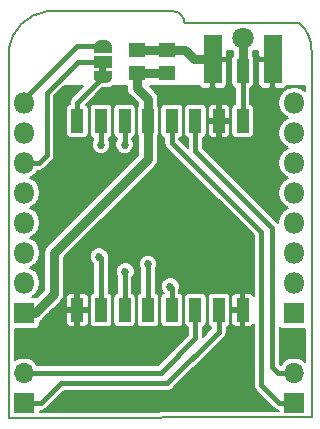
<source format=gbr>
%TF.GenerationSoftware,KiCad,Pcbnew,(5.0.0-3-g5ebb6b6)*%
%TF.CreationDate,2018-10-14T10:55:46+02:00*%
%TF.ProjectId,BricoLabs_ESP8266_LoRa_shield,427269636F4C6162735F455350383236,rev?*%
%TF.SameCoordinates,Original*%
%TF.FileFunction,Copper,L1,Top,Signal*%
%TF.FilePolarity,Positive*%
%FSLAX46Y46*%
G04 Gerber Fmt 4.6, Leading zero omitted, Abs format (unit mm)*
G04 Created by KiCad (PCBNEW (5.0.0-3-g5ebb6b6)) date Sunday, 14 de October de 2018, 10:55:46*
%MOMM*%
%LPD*%
G01*
G04 APERTURE LIST*
%ADD10C,0.150000*%
%ADD11R,1.016000X2.032000*%
%ADD12R,1.524000X4.064000*%
%ADD13R,1.000000X2.000000*%
%ADD14C,1.800000*%
%ADD15O,1.700000X1.700000*%
%ADD16R,1.700000X1.700000*%
%ADD17R,1.800000X1.800000*%
%ADD18O,1.800000X1.800000*%
%ADD19R,1.400000X1.295000*%
%ADD20C,0.500000*%
%ADD21C,0.100000*%
%ADD22R,1.500000X1.000000*%
%ADD23C,0.685800*%
%ADD24C,0.800000*%
%ADD25C,0.400000*%
%ADD26C,0.254000*%
%ADD27C,0.200000*%
G04 APERTURE END LIST*
D10*
X140878600Y-80062000D02*
G75*
G02X141878600Y-81062000I0J-1000000D01*
G01*
X151620379Y-81068606D02*
G75*
G02X152628600Y-83312000I-1991779J-2243394D01*
G01*
X140878600Y-80062000D02*
X130225800Y-80060800D01*
X152628600Y-114452400D02*
X152628600Y-83312000D01*
X126976364Y-83308794D02*
G75*
G02X130225800Y-80060800I3779835J-532077D01*
G01*
X151628600Y-81062000D02*
X141878600Y-81062000D01*
X127027671Y-114490707D02*
X126974600Y-83312000D01*
X127027671Y-114490707D02*
X152628600Y-114452400D01*
D11*
X146797671Y-85148707D03*
D12*
X144257671Y-84132707D03*
X149337671Y-84132707D03*
D13*
X132797671Y-105350707D03*
X134797671Y-105350707D03*
X136797671Y-105350707D03*
X138797671Y-105350707D03*
X140797671Y-105350707D03*
X142797671Y-105350707D03*
X144797671Y-105350707D03*
X146797671Y-105350707D03*
X146797671Y-89350707D03*
X144797671Y-89350707D03*
X142797671Y-89350707D03*
X140797671Y-89350707D03*
X138797671Y-89350707D03*
X136797671Y-89350707D03*
X134797671Y-89350707D03*
X132797671Y-89350707D03*
D14*
X146797671Y-82350707D03*
D15*
X128297671Y-110680707D03*
D16*
X128297671Y-113220707D03*
X151157671Y-113220707D03*
D15*
X151157671Y-110680707D03*
D17*
X151157671Y-105600707D03*
D18*
X151157671Y-103060707D03*
X151157671Y-100520707D03*
X151157671Y-97980707D03*
X151157671Y-95440707D03*
X151157671Y-92900707D03*
X151157671Y-90360707D03*
X151157671Y-87820707D03*
D17*
X128297671Y-105600707D03*
D18*
X128297671Y-103060707D03*
X128297671Y-100520707D03*
X128297671Y-97980707D03*
X128297671Y-95440707D03*
X128297671Y-92900707D03*
X128297671Y-90360707D03*
X128297671Y-87820707D03*
D19*
X137822671Y-83345707D03*
X137822671Y-85280707D03*
X140362671Y-85280707D03*
X140362671Y-83345707D03*
D20*
X134965171Y-85628207D03*
D21*
G36*
X134665171Y-85078207D02*
X134665171Y-84728207D01*
X135265171Y-84728207D01*
X135265171Y-85078207D01*
X135715171Y-85078207D01*
X135715171Y-85628207D01*
X135714569Y-85628207D01*
X135714569Y-85652741D01*
X135709759Y-85701572D01*
X135700187Y-85749697D01*
X135685943Y-85796652D01*
X135667166Y-85841985D01*
X135644035Y-85885258D01*
X135616775Y-85926057D01*
X135585647Y-85963986D01*
X135550950Y-85998683D01*
X135513021Y-86029811D01*
X135472222Y-86057071D01*
X135428949Y-86080202D01*
X135383616Y-86098979D01*
X135336661Y-86113223D01*
X135288536Y-86122795D01*
X135239705Y-86127605D01*
X135215171Y-86127605D01*
X135215171Y-86128207D01*
X134715171Y-86128207D01*
X134715171Y-86127605D01*
X134690637Y-86127605D01*
X134641806Y-86122795D01*
X134593681Y-86113223D01*
X134546726Y-86098979D01*
X134501393Y-86080202D01*
X134458120Y-86057071D01*
X134417321Y-86029811D01*
X134379392Y-85998683D01*
X134344695Y-85963986D01*
X134313567Y-85926057D01*
X134286307Y-85885258D01*
X134263176Y-85841985D01*
X134244399Y-85796652D01*
X134230155Y-85749697D01*
X134220583Y-85701572D01*
X134215773Y-85652741D01*
X134215773Y-85628207D01*
X134215171Y-85628207D01*
X134215171Y-85078207D01*
X134665171Y-85078207D01*
X134665171Y-85078207D01*
G37*
D20*
X134965171Y-83028207D03*
D21*
G36*
X134215773Y-83028207D02*
X134215773Y-83003673D01*
X134220583Y-82954842D01*
X134230155Y-82906717D01*
X134244399Y-82859762D01*
X134263176Y-82814429D01*
X134286307Y-82771156D01*
X134313567Y-82730357D01*
X134344695Y-82692428D01*
X134379392Y-82657731D01*
X134417321Y-82626603D01*
X134458120Y-82599343D01*
X134501393Y-82576212D01*
X134546726Y-82557435D01*
X134593681Y-82543191D01*
X134641806Y-82533619D01*
X134690637Y-82528809D01*
X134715171Y-82528809D01*
X134715171Y-82528207D01*
X135215171Y-82528207D01*
X135215171Y-82528809D01*
X135239705Y-82528809D01*
X135288536Y-82533619D01*
X135336661Y-82543191D01*
X135383616Y-82557435D01*
X135428949Y-82576212D01*
X135472222Y-82599343D01*
X135513021Y-82626603D01*
X135550950Y-82657731D01*
X135585647Y-82692428D01*
X135616775Y-82730357D01*
X135644035Y-82771156D01*
X135667166Y-82814429D01*
X135685943Y-82859762D01*
X135700187Y-82906717D01*
X135709759Y-82954842D01*
X135714569Y-83003673D01*
X135714569Y-83028207D01*
X135715171Y-83028207D01*
X135715171Y-83578207D01*
X134215171Y-83578207D01*
X134215171Y-83028207D01*
X134215773Y-83028207D01*
X134215773Y-83028207D01*
G37*
D22*
X134965171Y-84328207D03*
D23*
X133060171Y-94140707D03*
X143797671Y-87350707D03*
X148797671Y-87350707D03*
X146797671Y-92850707D03*
X140257671Y-92940707D03*
X139047671Y-98850707D03*
X145797671Y-102850707D03*
X131547671Y-91350707D03*
X128297671Y-107505707D03*
X140797671Y-107600707D03*
X148297671Y-113350707D03*
X131297671Y-113350707D03*
X140797671Y-113350707D03*
X143797671Y-96350707D03*
X148797671Y-88350707D03*
X148797671Y-89350707D03*
X148797671Y-90350707D03*
X148797671Y-91350707D03*
X147797671Y-91350707D03*
X146797671Y-91350707D03*
X145797671Y-91350707D03*
X144797671Y-91350707D03*
X145797671Y-87350707D03*
X147797671Y-87350707D03*
X129567671Y-101790707D03*
X129567671Y-99250707D03*
X129567671Y-96710707D03*
X147030171Y-99250707D03*
X151157671Y-107505707D03*
X135797671Y-87350707D03*
X143797671Y-91350707D03*
X134797671Y-91350697D03*
X136797671Y-91350707D03*
X140680171Y-103378207D03*
X136870171Y-102108207D03*
X134647671Y-100838207D03*
X138775171Y-101473207D03*
D24*
X137822671Y-83345707D02*
X140362671Y-83345707D01*
X140362671Y-83345707D02*
X141920171Y-83345707D01*
X142695671Y-84132707D02*
X144257671Y-84132707D01*
X141920171Y-83357207D02*
X142695671Y-84132707D01*
X141920171Y-83345707D02*
X141920171Y-83357207D01*
D25*
X134797671Y-89350707D02*
X134797671Y-91350697D01*
X136797671Y-89350707D02*
X136797671Y-91350707D01*
D24*
X137822671Y-85280707D02*
X140362671Y-85280707D01*
X138797671Y-89850707D02*
X138775171Y-89873207D01*
X138797671Y-89350707D02*
X138797671Y-89850707D01*
X128297671Y-105600707D02*
X129250171Y-105600707D01*
X129250171Y-105600707D02*
X130837671Y-104013207D01*
X130837671Y-104013207D02*
X130837671Y-100520707D01*
X138797671Y-92560707D02*
X138797671Y-91018207D01*
X130837671Y-100520707D02*
X138797671Y-92560707D01*
X138797671Y-91018207D02*
X138797671Y-89350707D01*
X138797671Y-87495707D02*
X137822671Y-86520707D01*
X137822671Y-86520707D02*
X137822671Y-85280707D01*
X138797671Y-89350707D02*
X138797671Y-87495707D01*
D25*
X140797671Y-103495707D02*
X140797671Y-105350707D01*
X140680171Y-103378207D02*
X140797671Y-103495707D01*
X136797671Y-102180707D02*
X136797671Y-105350707D01*
X136870171Y-102108207D02*
X136797671Y-102180707D01*
X134797671Y-100988207D02*
X134797671Y-105350707D01*
X134647671Y-100838207D02*
X134797671Y-100988207D01*
X138775171Y-101473207D02*
X138775171Y-105328207D01*
X138775171Y-105328207D02*
X138797671Y-105350707D01*
X132820171Y-84328207D02*
X134323103Y-84328207D01*
X130202671Y-86945707D02*
X132820171Y-84328207D01*
X130202671Y-92265707D02*
X130202671Y-86945707D01*
X129567671Y-92900707D02*
X130202671Y-92265707D01*
X128297671Y-92900707D02*
X129567671Y-92900707D01*
X128297671Y-87820707D02*
X128297671Y-87503207D01*
X132772671Y-83028207D02*
X134965171Y-83028207D01*
X128297671Y-87503207D02*
X132772671Y-83028207D01*
X146797671Y-89350707D02*
X146797671Y-85148707D01*
D24*
X146797671Y-85148707D02*
X146797671Y-82350707D01*
D25*
X142797671Y-107765707D02*
X142797671Y-105350707D01*
X139882671Y-110680707D02*
X142797671Y-107765707D01*
X128297671Y-110680707D02*
X139882671Y-110680707D01*
D26*
X142797671Y-89350707D02*
X142797671Y-89850707D01*
D25*
X149297671Y-98390707D02*
X142797671Y-91890707D01*
X149297671Y-110180707D02*
X149297671Y-98390707D01*
X149797671Y-110680707D02*
X149297671Y-110180707D01*
X142797671Y-91890707D02*
X142797671Y-89350707D01*
X151157671Y-110680707D02*
X149797671Y-110680707D01*
D26*
X140797671Y-89350707D02*
X140797671Y-89850707D01*
D25*
X149907671Y-113220707D02*
X148367671Y-111680707D01*
X151157671Y-113220707D02*
X149907671Y-113220707D01*
X148367671Y-111680707D02*
X148367671Y-98750707D01*
X148367671Y-98750707D02*
X140797671Y-91180707D01*
X140797671Y-91180707D02*
X140797671Y-89350707D01*
X131402671Y-111575707D02*
X129757671Y-113220707D01*
X129757671Y-113220707D02*
X128297671Y-113220707D01*
X140402671Y-111575707D02*
X131402671Y-111575707D01*
X144797671Y-107180707D02*
X140402671Y-111575707D01*
X144797671Y-105350707D02*
X144797671Y-107180707D01*
X132797671Y-87795707D02*
X134965171Y-85628207D01*
X132797671Y-89350707D02*
X132797671Y-87795707D01*
D27*
G36*
X145947671Y-83834567D02*
X145865780Y-83957126D01*
X145830855Y-84132707D01*
X145830855Y-86164707D01*
X145865780Y-86340288D01*
X145965239Y-86489139D01*
X146114090Y-86588598D01*
X146147672Y-86595278D01*
X146147671Y-87921728D01*
X146122090Y-87926816D01*
X145973239Y-88026275D01*
X145873780Y-88175126D01*
X145838855Y-88350707D01*
X145838855Y-90350707D01*
X145873780Y-90526288D01*
X145973239Y-90675139D01*
X146122090Y-90774598D01*
X146297671Y-90809523D01*
X147297671Y-90809523D01*
X147473252Y-90774598D01*
X147622103Y-90675139D01*
X147721562Y-90526288D01*
X147756487Y-90350707D01*
X147756487Y-88350707D01*
X147721562Y-88175126D01*
X147622103Y-88026275D01*
X147473252Y-87926816D01*
X147447671Y-87921728D01*
X147447671Y-86595278D01*
X147481252Y-86588598D01*
X147630103Y-86489139D01*
X147729562Y-86340288D01*
X147764487Y-86164707D01*
X147764487Y-84399207D01*
X148125671Y-84399207D01*
X148125671Y-86254217D01*
X148194179Y-86419611D01*
X148320766Y-86546198D01*
X148486160Y-86614707D01*
X149071171Y-86614707D01*
X149183671Y-86502207D01*
X149183671Y-84286707D01*
X148238171Y-84286707D01*
X148125671Y-84399207D01*
X147764487Y-84399207D01*
X147764487Y-84132707D01*
X147729562Y-83957126D01*
X147647671Y-83834567D01*
X147647671Y-83450707D01*
X148125671Y-83450707D01*
X148125671Y-83866207D01*
X148238171Y-83978707D01*
X149183671Y-83978707D01*
X149183671Y-83958707D01*
X149491671Y-83958707D01*
X149491671Y-83978707D01*
X149511671Y-83978707D01*
X149511671Y-84286707D01*
X149491671Y-84286707D01*
X149491671Y-86502207D01*
X149604171Y-86614707D01*
X150189182Y-86614707D01*
X150354576Y-86546198D01*
X150480067Y-86420707D01*
X152103601Y-86420707D01*
X152103601Y-86829126D01*
X151684415Y-86549035D01*
X151290634Y-86470707D01*
X151024708Y-86470707D01*
X150630927Y-86549035D01*
X150184375Y-86847411D01*
X149885999Y-87293963D01*
X149781223Y-87820707D01*
X149885999Y-88347451D01*
X150184375Y-88794003D01*
X150628425Y-89090707D01*
X150184375Y-89387411D01*
X149885999Y-89833963D01*
X149781223Y-90360707D01*
X149885999Y-90887451D01*
X150184375Y-91334003D01*
X150628425Y-91630707D01*
X150184375Y-91927411D01*
X149885999Y-92373963D01*
X149781223Y-92900707D01*
X149885999Y-93427451D01*
X150184375Y-93874003D01*
X150628425Y-94170707D01*
X150184375Y-94467411D01*
X149885999Y-94913963D01*
X149781223Y-95440707D01*
X149885999Y-95967451D01*
X150184375Y-96414003D01*
X150628425Y-96710707D01*
X150184375Y-97007411D01*
X149885999Y-97453963D01*
X149786784Y-97952748D01*
X149766295Y-97922083D01*
X149712020Y-97885818D01*
X143447671Y-91621470D01*
X143447671Y-90779686D01*
X143473252Y-90774598D01*
X143622103Y-90675139D01*
X143721562Y-90526288D01*
X143756487Y-90350707D01*
X143756487Y-89617207D01*
X143847671Y-89617207D01*
X143847671Y-90440218D01*
X143916180Y-90605612D01*
X144042767Y-90732199D01*
X144208161Y-90800707D01*
X144531171Y-90800707D01*
X144643671Y-90688207D01*
X144643671Y-89504707D01*
X144951671Y-89504707D01*
X144951671Y-90688207D01*
X145064171Y-90800707D01*
X145387181Y-90800707D01*
X145552575Y-90732199D01*
X145679162Y-90605612D01*
X145747671Y-90440218D01*
X145747671Y-89617207D01*
X145635171Y-89504707D01*
X144951671Y-89504707D01*
X144643671Y-89504707D01*
X143960171Y-89504707D01*
X143847671Y-89617207D01*
X143756487Y-89617207D01*
X143756487Y-88350707D01*
X143738683Y-88261196D01*
X143847671Y-88261196D01*
X143847671Y-89084207D01*
X143960171Y-89196707D01*
X144643671Y-89196707D01*
X144643671Y-88013207D01*
X144951671Y-88013207D01*
X144951671Y-89196707D01*
X145635171Y-89196707D01*
X145747671Y-89084207D01*
X145747671Y-88261196D01*
X145679162Y-88095802D01*
X145552575Y-87969215D01*
X145387181Y-87900707D01*
X145064171Y-87900707D01*
X144951671Y-88013207D01*
X144643671Y-88013207D01*
X144531171Y-87900707D01*
X144208161Y-87900707D01*
X144042767Y-87969215D01*
X143916180Y-88095802D01*
X143847671Y-88261196D01*
X143738683Y-88261196D01*
X143721562Y-88175126D01*
X143622103Y-88026275D01*
X143473252Y-87926816D01*
X143297671Y-87891891D01*
X142297671Y-87891891D01*
X142122090Y-87926816D01*
X141973239Y-88026275D01*
X141873780Y-88175126D01*
X141838855Y-88350707D01*
X141838855Y-90350707D01*
X141873780Y-90526288D01*
X141973239Y-90675139D01*
X142122090Y-90774598D01*
X142147671Y-90779686D01*
X142147671Y-91611470D01*
X141447671Y-90911470D01*
X141447671Y-90779686D01*
X141473252Y-90774598D01*
X141622103Y-90675139D01*
X141721562Y-90526288D01*
X141756487Y-90350707D01*
X141756487Y-88350707D01*
X141721562Y-88175126D01*
X141622103Y-88026275D01*
X141473252Y-87926816D01*
X141297671Y-87891891D01*
X140297671Y-87891891D01*
X140122090Y-87926816D01*
X139973239Y-88026275D01*
X139873780Y-88175126D01*
X139838855Y-88350707D01*
X139838855Y-90350707D01*
X139873780Y-90526288D01*
X139973239Y-90675139D01*
X140122090Y-90774598D01*
X140147671Y-90779686D01*
X140147671Y-91116690D01*
X140134937Y-91180707D01*
X140147671Y-91244723D01*
X140147671Y-91244724D01*
X140185385Y-91434323D01*
X140329047Y-91649331D01*
X140383325Y-91685598D01*
X147717672Y-99019947D01*
X147717672Y-104188772D01*
X147679162Y-104095802D01*
X147552575Y-103969215D01*
X147387181Y-103900707D01*
X147064171Y-103900707D01*
X146951671Y-104013207D01*
X146951671Y-105196707D01*
X146971671Y-105196707D01*
X146971671Y-105504707D01*
X146951671Y-105504707D01*
X146951671Y-106688207D01*
X147064171Y-106800707D01*
X147387181Y-106800707D01*
X147552575Y-106732199D01*
X147679162Y-106605612D01*
X147717671Y-106512643D01*
X147717671Y-111616691D01*
X147704937Y-111680707D01*
X147717671Y-111744723D01*
X147717671Y-111744724D01*
X147755385Y-111934323D01*
X147899047Y-112149331D01*
X147953325Y-112185598D01*
X149402783Y-113635058D01*
X149439047Y-113689331D01*
X149654054Y-113832993D01*
X149843653Y-113870707D01*
X149843654Y-113870707D01*
X149848855Y-113871741D01*
X149848855Y-113931559D01*
X129606487Y-113961848D01*
X129606487Y-113870707D01*
X129693655Y-113870707D01*
X129757671Y-113883441D01*
X129821687Y-113870707D01*
X129821689Y-113870707D01*
X130011288Y-113832993D01*
X130226295Y-113689331D01*
X130262562Y-113635053D01*
X131671910Y-112225707D01*
X140338655Y-112225707D01*
X140402671Y-112238441D01*
X140466687Y-112225707D01*
X140466689Y-112225707D01*
X140656288Y-112187993D01*
X140871295Y-112044331D01*
X140907562Y-111990053D01*
X145212023Y-107685594D01*
X145266295Y-107649331D01*
X145357996Y-107512090D01*
X145409957Y-107434325D01*
X145460405Y-107180707D01*
X145447671Y-107116689D01*
X145447671Y-106779686D01*
X145473252Y-106774598D01*
X145622103Y-106675139D01*
X145721562Y-106526288D01*
X145756487Y-106350707D01*
X145756487Y-105617207D01*
X145847671Y-105617207D01*
X145847671Y-106440218D01*
X145916180Y-106605612D01*
X146042767Y-106732199D01*
X146208161Y-106800707D01*
X146531171Y-106800707D01*
X146643671Y-106688207D01*
X146643671Y-105504707D01*
X145960171Y-105504707D01*
X145847671Y-105617207D01*
X145756487Y-105617207D01*
X145756487Y-104350707D01*
X145738683Y-104261196D01*
X145847671Y-104261196D01*
X145847671Y-105084207D01*
X145960171Y-105196707D01*
X146643671Y-105196707D01*
X146643671Y-104013207D01*
X146531171Y-103900707D01*
X146208161Y-103900707D01*
X146042767Y-103969215D01*
X145916180Y-104095802D01*
X145847671Y-104261196D01*
X145738683Y-104261196D01*
X145721562Y-104175126D01*
X145622103Y-104026275D01*
X145473252Y-103926816D01*
X145297671Y-103891891D01*
X144297671Y-103891891D01*
X144122090Y-103926816D01*
X143973239Y-104026275D01*
X143873780Y-104175126D01*
X143838855Y-104350707D01*
X143838855Y-106350707D01*
X143873780Y-106526288D01*
X143973239Y-106675139D01*
X144122090Y-106774598D01*
X144147672Y-106779686D01*
X144147672Y-106911467D01*
X143447671Y-107611468D01*
X143447671Y-106779686D01*
X143473252Y-106774598D01*
X143622103Y-106675139D01*
X143721562Y-106526288D01*
X143756487Y-106350707D01*
X143756487Y-104350707D01*
X143721562Y-104175126D01*
X143622103Y-104026275D01*
X143473252Y-103926816D01*
X143297671Y-103891891D01*
X142297671Y-103891891D01*
X142122090Y-103926816D01*
X141973239Y-104026275D01*
X141873780Y-104175126D01*
X141838855Y-104350707D01*
X141838855Y-106350707D01*
X141873780Y-106526288D01*
X141973239Y-106675139D01*
X142122090Y-106774598D01*
X142147671Y-106779686D01*
X142147671Y-107496468D01*
X139613434Y-110030707D01*
X129426851Y-110030707D01*
X129234918Y-109743460D01*
X128804906Y-109456134D01*
X128425708Y-109380707D01*
X128169634Y-109380707D01*
X127790436Y-109456134D01*
X127544382Y-109620543D01*
X127539852Y-106959523D01*
X129197671Y-106959523D01*
X129373252Y-106924598D01*
X129522103Y-106825139D01*
X129621562Y-106676288D01*
X129656487Y-106500707D01*
X129656487Y-106351501D01*
X129862987Y-106213523D01*
X129910410Y-106142549D01*
X130435752Y-105617207D01*
X131847671Y-105617207D01*
X131847671Y-106440218D01*
X131916180Y-106605612D01*
X132042767Y-106732199D01*
X132208161Y-106800707D01*
X132531171Y-106800707D01*
X132643671Y-106688207D01*
X132643671Y-105504707D01*
X132951671Y-105504707D01*
X132951671Y-106688207D01*
X133064171Y-106800707D01*
X133387181Y-106800707D01*
X133552575Y-106732199D01*
X133679162Y-106605612D01*
X133747671Y-106440218D01*
X133747671Y-105617207D01*
X133635171Y-105504707D01*
X132951671Y-105504707D01*
X132643671Y-105504707D01*
X131960171Y-105504707D01*
X131847671Y-105617207D01*
X130435752Y-105617207D01*
X131379516Y-104673444D01*
X131450487Y-104626023D01*
X131638353Y-104344860D01*
X131654994Y-104261196D01*
X131847671Y-104261196D01*
X131847671Y-105084207D01*
X131960171Y-105196707D01*
X132643671Y-105196707D01*
X132643671Y-104013207D01*
X132951671Y-104013207D01*
X132951671Y-105196707D01*
X133635171Y-105196707D01*
X133747671Y-105084207D01*
X133747671Y-104350707D01*
X133838855Y-104350707D01*
X133838855Y-106350707D01*
X133873780Y-106526288D01*
X133973239Y-106675139D01*
X134122090Y-106774598D01*
X134297671Y-106809523D01*
X135297671Y-106809523D01*
X135473252Y-106774598D01*
X135622103Y-106675139D01*
X135721562Y-106526288D01*
X135756487Y-106350707D01*
X135756487Y-104350707D01*
X135838855Y-104350707D01*
X135838855Y-106350707D01*
X135873780Y-106526288D01*
X135973239Y-106675139D01*
X136122090Y-106774598D01*
X136297671Y-106809523D01*
X137297671Y-106809523D01*
X137473252Y-106774598D01*
X137622103Y-106675139D01*
X137721562Y-106526288D01*
X137756487Y-106350707D01*
X137756487Y-104350707D01*
X137838855Y-104350707D01*
X137838855Y-106350707D01*
X137873780Y-106526288D01*
X137973239Y-106675139D01*
X138122090Y-106774598D01*
X138297671Y-106809523D01*
X139297671Y-106809523D01*
X139473252Y-106774598D01*
X139622103Y-106675139D01*
X139721562Y-106526288D01*
X139756487Y-106350707D01*
X139756487Y-104350707D01*
X139838855Y-104350707D01*
X139838855Y-106350707D01*
X139873780Y-106526288D01*
X139973239Y-106675139D01*
X140122090Y-106774598D01*
X140297671Y-106809523D01*
X141297671Y-106809523D01*
X141473252Y-106774598D01*
X141622103Y-106675139D01*
X141721562Y-106526288D01*
X141756487Y-106350707D01*
X141756487Y-104350707D01*
X141721562Y-104175126D01*
X141622103Y-104026275D01*
X141473252Y-103926816D01*
X141447671Y-103921728D01*
X141447671Y-103597246D01*
X141473071Y-103535925D01*
X141473071Y-103220489D01*
X141352359Y-102929065D01*
X141129313Y-102706019D01*
X140837889Y-102585307D01*
X140522453Y-102585307D01*
X140231029Y-102706019D01*
X140007983Y-102929065D01*
X139887271Y-103220489D01*
X139887271Y-103535925D01*
X140007983Y-103827349D01*
X140113314Y-103932680D01*
X139973239Y-104026275D01*
X139873780Y-104175126D01*
X139838855Y-104350707D01*
X139756487Y-104350707D01*
X139721562Y-104175126D01*
X139622103Y-104026275D01*
X139473252Y-103926816D01*
X139425171Y-103917252D01*
X139425171Y-101944537D01*
X139447359Y-101922349D01*
X139568071Y-101630925D01*
X139568071Y-101315489D01*
X139447359Y-101024065D01*
X139224313Y-100801019D01*
X138932889Y-100680307D01*
X138617453Y-100680307D01*
X138326029Y-100801019D01*
X138102983Y-101024065D01*
X137982271Y-101315489D01*
X137982271Y-101630925D01*
X138102983Y-101922349D01*
X138125171Y-101944537D01*
X138125172Y-103926203D01*
X138122090Y-103926816D01*
X137973239Y-104026275D01*
X137873780Y-104175126D01*
X137838855Y-104350707D01*
X137756487Y-104350707D01*
X137721562Y-104175126D01*
X137622103Y-104026275D01*
X137473252Y-103926816D01*
X137447671Y-103921728D01*
X137447671Y-102652037D01*
X137542359Y-102557349D01*
X137663071Y-102265925D01*
X137663071Y-101950489D01*
X137542359Y-101659065D01*
X137319313Y-101436019D01*
X137027889Y-101315307D01*
X136712453Y-101315307D01*
X136421029Y-101436019D01*
X136197983Y-101659065D01*
X136077271Y-101950489D01*
X136077271Y-102265925D01*
X136147671Y-102435886D01*
X136147672Y-103921728D01*
X136122090Y-103926816D01*
X135973239Y-104026275D01*
X135873780Y-104175126D01*
X135838855Y-104350707D01*
X135756487Y-104350707D01*
X135721562Y-104175126D01*
X135622103Y-104026275D01*
X135473252Y-103926816D01*
X135447671Y-103921728D01*
X135447671Y-101052223D01*
X135460405Y-100988206D01*
X135440571Y-100888497D01*
X135440571Y-100680489D01*
X135319859Y-100389065D01*
X135096813Y-100166019D01*
X134805389Y-100045307D01*
X134489953Y-100045307D01*
X134198529Y-100166019D01*
X133975483Y-100389065D01*
X133854771Y-100680489D01*
X133854771Y-100995925D01*
X133975483Y-101287349D01*
X134147671Y-101459537D01*
X134147672Y-103921728D01*
X134122090Y-103926816D01*
X133973239Y-104026275D01*
X133873780Y-104175126D01*
X133838855Y-104350707D01*
X133747671Y-104350707D01*
X133747671Y-104261196D01*
X133679162Y-104095802D01*
X133552575Y-103969215D01*
X133387181Y-103900707D01*
X133064171Y-103900707D01*
X132951671Y-104013207D01*
X132643671Y-104013207D01*
X132531171Y-103900707D01*
X132208161Y-103900707D01*
X132042767Y-103969215D01*
X131916180Y-104095802D01*
X131847671Y-104261196D01*
X131654994Y-104261196D01*
X131687671Y-104096922D01*
X131687671Y-104096921D01*
X131704323Y-104013208D01*
X131687671Y-103929494D01*
X131687671Y-100872788D01*
X139339516Y-93220944D01*
X139410487Y-93173523D01*
X139598353Y-92892360D01*
X139647671Y-92644422D01*
X139647671Y-92644421D01*
X139664323Y-92560707D01*
X139647671Y-92476993D01*
X139647671Y-90636874D01*
X139721562Y-90526288D01*
X139756487Y-90350707D01*
X139756487Y-88350707D01*
X139721562Y-88175126D01*
X139647671Y-88064540D01*
X139647671Y-87579420D01*
X139664323Y-87495706D01*
X139641577Y-87381356D01*
X139598353Y-87164054D01*
X139410487Y-86882891D01*
X139339516Y-86835470D01*
X138924752Y-86420707D01*
X143115275Y-86420707D01*
X143240766Y-86546198D01*
X143406160Y-86614707D01*
X143991171Y-86614707D01*
X144103671Y-86502207D01*
X144103671Y-84286707D01*
X144411671Y-84286707D01*
X144411671Y-86502207D01*
X144524171Y-86614707D01*
X145109182Y-86614707D01*
X145274576Y-86546198D01*
X145401163Y-86419611D01*
X145469671Y-86254217D01*
X145469671Y-84399207D01*
X145357171Y-84286707D01*
X144411671Y-84286707D01*
X144103671Y-84286707D01*
X144083671Y-84286707D01*
X144083671Y-83978707D01*
X144103671Y-83978707D01*
X144103671Y-83958707D01*
X144411671Y-83958707D01*
X144411671Y-83978707D01*
X145357171Y-83978707D01*
X145469671Y-83866207D01*
X145469671Y-83450707D01*
X145947672Y-83450707D01*
X145947671Y-83834567D01*
X145947671Y-83834567D01*
G37*
X145947671Y-83834567D02*
X145865780Y-83957126D01*
X145830855Y-84132707D01*
X145830855Y-86164707D01*
X145865780Y-86340288D01*
X145965239Y-86489139D01*
X146114090Y-86588598D01*
X146147672Y-86595278D01*
X146147671Y-87921728D01*
X146122090Y-87926816D01*
X145973239Y-88026275D01*
X145873780Y-88175126D01*
X145838855Y-88350707D01*
X145838855Y-90350707D01*
X145873780Y-90526288D01*
X145973239Y-90675139D01*
X146122090Y-90774598D01*
X146297671Y-90809523D01*
X147297671Y-90809523D01*
X147473252Y-90774598D01*
X147622103Y-90675139D01*
X147721562Y-90526288D01*
X147756487Y-90350707D01*
X147756487Y-88350707D01*
X147721562Y-88175126D01*
X147622103Y-88026275D01*
X147473252Y-87926816D01*
X147447671Y-87921728D01*
X147447671Y-86595278D01*
X147481252Y-86588598D01*
X147630103Y-86489139D01*
X147729562Y-86340288D01*
X147764487Y-86164707D01*
X147764487Y-84399207D01*
X148125671Y-84399207D01*
X148125671Y-86254217D01*
X148194179Y-86419611D01*
X148320766Y-86546198D01*
X148486160Y-86614707D01*
X149071171Y-86614707D01*
X149183671Y-86502207D01*
X149183671Y-84286707D01*
X148238171Y-84286707D01*
X148125671Y-84399207D01*
X147764487Y-84399207D01*
X147764487Y-84132707D01*
X147729562Y-83957126D01*
X147647671Y-83834567D01*
X147647671Y-83450707D01*
X148125671Y-83450707D01*
X148125671Y-83866207D01*
X148238171Y-83978707D01*
X149183671Y-83978707D01*
X149183671Y-83958707D01*
X149491671Y-83958707D01*
X149491671Y-83978707D01*
X149511671Y-83978707D01*
X149511671Y-84286707D01*
X149491671Y-84286707D01*
X149491671Y-86502207D01*
X149604171Y-86614707D01*
X150189182Y-86614707D01*
X150354576Y-86546198D01*
X150480067Y-86420707D01*
X152103601Y-86420707D01*
X152103601Y-86829126D01*
X151684415Y-86549035D01*
X151290634Y-86470707D01*
X151024708Y-86470707D01*
X150630927Y-86549035D01*
X150184375Y-86847411D01*
X149885999Y-87293963D01*
X149781223Y-87820707D01*
X149885999Y-88347451D01*
X150184375Y-88794003D01*
X150628425Y-89090707D01*
X150184375Y-89387411D01*
X149885999Y-89833963D01*
X149781223Y-90360707D01*
X149885999Y-90887451D01*
X150184375Y-91334003D01*
X150628425Y-91630707D01*
X150184375Y-91927411D01*
X149885999Y-92373963D01*
X149781223Y-92900707D01*
X149885999Y-93427451D01*
X150184375Y-93874003D01*
X150628425Y-94170707D01*
X150184375Y-94467411D01*
X149885999Y-94913963D01*
X149781223Y-95440707D01*
X149885999Y-95967451D01*
X150184375Y-96414003D01*
X150628425Y-96710707D01*
X150184375Y-97007411D01*
X149885999Y-97453963D01*
X149786784Y-97952748D01*
X149766295Y-97922083D01*
X149712020Y-97885818D01*
X143447671Y-91621470D01*
X143447671Y-90779686D01*
X143473252Y-90774598D01*
X143622103Y-90675139D01*
X143721562Y-90526288D01*
X143756487Y-90350707D01*
X143756487Y-89617207D01*
X143847671Y-89617207D01*
X143847671Y-90440218D01*
X143916180Y-90605612D01*
X144042767Y-90732199D01*
X144208161Y-90800707D01*
X144531171Y-90800707D01*
X144643671Y-90688207D01*
X144643671Y-89504707D01*
X144951671Y-89504707D01*
X144951671Y-90688207D01*
X145064171Y-90800707D01*
X145387181Y-90800707D01*
X145552575Y-90732199D01*
X145679162Y-90605612D01*
X145747671Y-90440218D01*
X145747671Y-89617207D01*
X145635171Y-89504707D01*
X144951671Y-89504707D01*
X144643671Y-89504707D01*
X143960171Y-89504707D01*
X143847671Y-89617207D01*
X143756487Y-89617207D01*
X143756487Y-88350707D01*
X143738683Y-88261196D01*
X143847671Y-88261196D01*
X143847671Y-89084207D01*
X143960171Y-89196707D01*
X144643671Y-89196707D01*
X144643671Y-88013207D01*
X144951671Y-88013207D01*
X144951671Y-89196707D01*
X145635171Y-89196707D01*
X145747671Y-89084207D01*
X145747671Y-88261196D01*
X145679162Y-88095802D01*
X145552575Y-87969215D01*
X145387181Y-87900707D01*
X145064171Y-87900707D01*
X144951671Y-88013207D01*
X144643671Y-88013207D01*
X144531171Y-87900707D01*
X144208161Y-87900707D01*
X144042767Y-87969215D01*
X143916180Y-88095802D01*
X143847671Y-88261196D01*
X143738683Y-88261196D01*
X143721562Y-88175126D01*
X143622103Y-88026275D01*
X143473252Y-87926816D01*
X143297671Y-87891891D01*
X142297671Y-87891891D01*
X142122090Y-87926816D01*
X141973239Y-88026275D01*
X141873780Y-88175126D01*
X141838855Y-88350707D01*
X141838855Y-90350707D01*
X141873780Y-90526288D01*
X141973239Y-90675139D01*
X142122090Y-90774598D01*
X142147671Y-90779686D01*
X142147671Y-91611470D01*
X141447671Y-90911470D01*
X141447671Y-90779686D01*
X141473252Y-90774598D01*
X141622103Y-90675139D01*
X141721562Y-90526288D01*
X141756487Y-90350707D01*
X141756487Y-88350707D01*
X141721562Y-88175126D01*
X141622103Y-88026275D01*
X141473252Y-87926816D01*
X141297671Y-87891891D01*
X140297671Y-87891891D01*
X140122090Y-87926816D01*
X139973239Y-88026275D01*
X139873780Y-88175126D01*
X139838855Y-88350707D01*
X139838855Y-90350707D01*
X139873780Y-90526288D01*
X139973239Y-90675139D01*
X140122090Y-90774598D01*
X140147671Y-90779686D01*
X140147671Y-91116690D01*
X140134937Y-91180707D01*
X140147671Y-91244723D01*
X140147671Y-91244724D01*
X140185385Y-91434323D01*
X140329047Y-91649331D01*
X140383325Y-91685598D01*
X147717672Y-99019947D01*
X147717672Y-104188772D01*
X147679162Y-104095802D01*
X147552575Y-103969215D01*
X147387181Y-103900707D01*
X147064171Y-103900707D01*
X146951671Y-104013207D01*
X146951671Y-105196707D01*
X146971671Y-105196707D01*
X146971671Y-105504707D01*
X146951671Y-105504707D01*
X146951671Y-106688207D01*
X147064171Y-106800707D01*
X147387181Y-106800707D01*
X147552575Y-106732199D01*
X147679162Y-106605612D01*
X147717671Y-106512643D01*
X147717671Y-111616691D01*
X147704937Y-111680707D01*
X147717671Y-111744723D01*
X147717671Y-111744724D01*
X147755385Y-111934323D01*
X147899047Y-112149331D01*
X147953325Y-112185598D01*
X149402783Y-113635058D01*
X149439047Y-113689331D01*
X149654054Y-113832993D01*
X149843653Y-113870707D01*
X149843654Y-113870707D01*
X149848855Y-113871741D01*
X149848855Y-113931559D01*
X129606487Y-113961848D01*
X129606487Y-113870707D01*
X129693655Y-113870707D01*
X129757671Y-113883441D01*
X129821687Y-113870707D01*
X129821689Y-113870707D01*
X130011288Y-113832993D01*
X130226295Y-113689331D01*
X130262562Y-113635053D01*
X131671910Y-112225707D01*
X140338655Y-112225707D01*
X140402671Y-112238441D01*
X140466687Y-112225707D01*
X140466689Y-112225707D01*
X140656288Y-112187993D01*
X140871295Y-112044331D01*
X140907562Y-111990053D01*
X145212023Y-107685594D01*
X145266295Y-107649331D01*
X145357996Y-107512090D01*
X145409957Y-107434325D01*
X145460405Y-107180707D01*
X145447671Y-107116689D01*
X145447671Y-106779686D01*
X145473252Y-106774598D01*
X145622103Y-106675139D01*
X145721562Y-106526288D01*
X145756487Y-106350707D01*
X145756487Y-105617207D01*
X145847671Y-105617207D01*
X145847671Y-106440218D01*
X145916180Y-106605612D01*
X146042767Y-106732199D01*
X146208161Y-106800707D01*
X146531171Y-106800707D01*
X146643671Y-106688207D01*
X146643671Y-105504707D01*
X145960171Y-105504707D01*
X145847671Y-105617207D01*
X145756487Y-105617207D01*
X145756487Y-104350707D01*
X145738683Y-104261196D01*
X145847671Y-104261196D01*
X145847671Y-105084207D01*
X145960171Y-105196707D01*
X146643671Y-105196707D01*
X146643671Y-104013207D01*
X146531171Y-103900707D01*
X146208161Y-103900707D01*
X146042767Y-103969215D01*
X145916180Y-104095802D01*
X145847671Y-104261196D01*
X145738683Y-104261196D01*
X145721562Y-104175126D01*
X145622103Y-104026275D01*
X145473252Y-103926816D01*
X145297671Y-103891891D01*
X144297671Y-103891891D01*
X144122090Y-103926816D01*
X143973239Y-104026275D01*
X143873780Y-104175126D01*
X143838855Y-104350707D01*
X143838855Y-106350707D01*
X143873780Y-106526288D01*
X143973239Y-106675139D01*
X144122090Y-106774598D01*
X144147672Y-106779686D01*
X144147672Y-106911467D01*
X143447671Y-107611468D01*
X143447671Y-106779686D01*
X143473252Y-106774598D01*
X143622103Y-106675139D01*
X143721562Y-106526288D01*
X143756487Y-106350707D01*
X143756487Y-104350707D01*
X143721562Y-104175126D01*
X143622103Y-104026275D01*
X143473252Y-103926816D01*
X143297671Y-103891891D01*
X142297671Y-103891891D01*
X142122090Y-103926816D01*
X141973239Y-104026275D01*
X141873780Y-104175126D01*
X141838855Y-104350707D01*
X141838855Y-106350707D01*
X141873780Y-106526288D01*
X141973239Y-106675139D01*
X142122090Y-106774598D01*
X142147671Y-106779686D01*
X142147671Y-107496468D01*
X139613434Y-110030707D01*
X129426851Y-110030707D01*
X129234918Y-109743460D01*
X128804906Y-109456134D01*
X128425708Y-109380707D01*
X128169634Y-109380707D01*
X127790436Y-109456134D01*
X127544382Y-109620543D01*
X127539852Y-106959523D01*
X129197671Y-106959523D01*
X129373252Y-106924598D01*
X129522103Y-106825139D01*
X129621562Y-106676288D01*
X129656487Y-106500707D01*
X129656487Y-106351501D01*
X129862987Y-106213523D01*
X129910410Y-106142549D01*
X130435752Y-105617207D01*
X131847671Y-105617207D01*
X131847671Y-106440218D01*
X131916180Y-106605612D01*
X132042767Y-106732199D01*
X132208161Y-106800707D01*
X132531171Y-106800707D01*
X132643671Y-106688207D01*
X132643671Y-105504707D01*
X132951671Y-105504707D01*
X132951671Y-106688207D01*
X133064171Y-106800707D01*
X133387181Y-106800707D01*
X133552575Y-106732199D01*
X133679162Y-106605612D01*
X133747671Y-106440218D01*
X133747671Y-105617207D01*
X133635171Y-105504707D01*
X132951671Y-105504707D01*
X132643671Y-105504707D01*
X131960171Y-105504707D01*
X131847671Y-105617207D01*
X130435752Y-105617207D01*
X131379516Y-104673444D01*
X131450487Y-104626023D01*
X131638353Y-104344860D01*
X131654994Y-104261196D01*
X131847671Y-104261196D01*
X131847671Y-105084207D01*
X131960171Y-105196707D01*
X132643671Y-105196707D01*
X132643671Y-104013207D01*
X132951671Y-104013207D01*
X132951671Y-105196707D01*
X133635171Y-105196707D01*
X133747671Y-105084207D01*
X133747671Y-104350707D01*
X133838855Y-104350707D01*
X133838855Y-106350707D01*
X133873780Y-106526288D01*
X133973239Y-106675139D01*
X134122090Y-106774598D01*
X134297671Y-106809523D01*
X135297671Y-106809523D01*
X135473252Y-106774598D01*
X135622103Y-106675139D01*
X135721562Y-106526288D01*
X135756487Y-106350707D01*
X135756487Y-104350707D01*
X135838855Y-104350707D01*
X135838855Y-106350707D01*
X135873780Y-106526288D01*
X135973239Y-106675139D01*
X136122090Y-106774598D01*
X136297671Y-106809523D01*
X137297671Y-106809523D01*
X137473252Y-106774598D01*
X137622103Y-106675139D01*
X137721562Y-106526288D01*
X137756487Y-106350707D01*
X137756487Y-104350707D01*
X137838855Y-104350707D01*
X137838855Y-106350707D01*
X137873780Y-106526288D01*
X137973239Y-106675139D01*
X138122090Y-106774598D01*
X138297671Y-106809523D01*
X139297671Y-106809523D01*
X139473252Y-106774598D01*
X139622103Y-106675139D01*
X139721562Y-106526288D01*
X139756487Y-106350707D01*
X139756487Y-104350707D01*
X139838855Y-104350707D01*
X139838855Y-106350707D01*
X139873780Y-106526288D01*
X139973239Y-106675139D01*
X140122090Y-106774598D01*
X140297671Y-106809523D01*
X141297671Y-106809523D01*
X141473252Y-106774598D01*
X141622103Y-106675139D01*
X141721562Y-106526288D01*
X141756487Y-106350707D01*
X141756487Y-104350707D01*
X141721562Y-104175126D01*
X141622103Y-104026275D01*
X141473252Y-103926816D01*
X141447671Y-103921728D01*
X141447671Y-103597246D01*
X141473071Y-103535925D01*
X141473071Y-103220489D01*
X141352359Y-102929065D01*
X141129313Y-102706019D01*
X140837889Y-102585307D01*
X140522453Y-102585307D01*
X140231029Y-102706019D01*
X140007983Y-102929065D01*
X139887271Y-103220489D01*
X139887271Y-103535925D01*
X140007983Y-103827349D01*
X140113314Y-103932680D01*
X139973239Y-104026275D01*
X139873780Y-104175126D01*
X139838855Y-104350707D01*
X139756487Y-104350707D01*
X139721562Y-104175126D01*
X139622103Y-104026275D01*
X139473252Y-103926816D01*
X139425171Y-103917252D01*
X139425171Y-101944537D01*
X139447359Y-101922349D01*
X139568071Y-101630925D01*
X139568071Y-101315489D01*
X139447359Y-101024065D01*
X139224313Y-100801019D01*
X138932889Y-100680307D01*
X138617453Y-100680307D01*
X138326029Y-100801019D01*
X138102983Y-101024065D01*
X137982271Y-101315489D01*
X137982271Y-101630925D01*
X138102983Y-101922349D01*
X138125171Y-101944537D01*
X138125172Y-103926203D01*
X138122090Y-103926816D01*
X137973239Y-104026275D01*
X137873780Y-104175126D01*
X137838855Y-104350707D01*
X137756487Y-104350707D01*
X137721562Y-104175126D01*
X137622103Y-104026275D01*
X137473252Y-103926816D01*
X137447671Y-103921728D01*
X137447671Y-102652037D01*
X137542359Y-102557349D01*
X137663071Y-102265925D01*
X137663071Y-101950489D01*
X137542359Y-101659065D01*
X137319313Y-101436019D01*
X137027889Y-101315307D01*
X136712453Y-101315307D01*
X136421029Y-101436019D01*
X136197983Y-101659065D01*
X136077271Y-101950489D01*
X136077271Y-102265925D01*
X136147671Y-102435886D01*
X136147672Y-103921728D01*
X136122090Y-103926816D01*
X135973239Y-104026275D01*
X135873780Y-104175126D01*
X135838855Y-104350707D01*
X135756487Y-104350707D01*
X135721562Y-104175126D01*
X135622103Y-104026275D01*
X135473252Y-103926816D01*
X135447671Y-103921728D01*
X135447671Y-101052223D01*
X135460405Y-100988206D01*
X135440571Y-100888497D01*
X135440571Y-100680489D01*
X135319859Y-100389065D01*
X135096813Y-100166019D01*
X134805389Y-100045307D01*
X134489953Y-100045307D01*
X134198529Y-100166019D01*
X133975483Y-100389065D01*
X133854771Y-100680489D01*
X133854771Y-100995925D01*
X133975483Y-101287349D01*
X134147671Y-101459537D01*
X134147672Y-103921728D01*
X134122090Y-103926816D01*
X133973239Y-104026275D01*
X133873780Y-104175126D01*
X133838855Y-104350707D01*
X133747671Y-104350707D01*
X133747671Y-104261196D01*
X133679162Y-104095802D01*
X133552575Y-103969215D01*
X133387181Y-103900707D01*
X133064171Y-103900707D01*
X132951671Y-104013207D01*
X132643671Y-104013207D01*
X132531171Y-103900707D01*
X132208161Y-103900707D01*
X132042767Y-103969215D01*
X131916180Y-104095802D01*
X131847671Y-104261196D01*
X131654994Y-104261196D01*
X131687671Y-104096922D01*
X131687671Y-104096921D01*
X131704323Y-104013208D01*
X131687671Y-103929494D01*
X131687671Y-100872788D01*
X139339516Y-93220944D01*
X139410487Y-93173523D01*
X139598353Y-92892360D01*
X139647671Y-92644422D01*
X139647671Y-92644421D01*
X139664323Y-92560707D01*
X139647671Y-92476993D01*
X139647671Y-90636874D01*
X139721562Y-90526288D01*
X139756487Y-90350707D01*
X139756487Y-88350707D01*
X139721562Y-88175126D01*
X139647671Y-88064540D01*
X139647671Y-87579420D01*
X139664323Y-87495706D01*
X139641577Y-87381356D01*
X139598353Y-87164054D01*
X139410487Y-86882891D01*
X139339516Y-86835470D01*
X138924752Y-86420707D01*
X143115275Y-86420707D01*
X143240766Y-86546198D01*
X143406160Y-86614707D01*
X143991171Y-86614707D01*
X144103671Y-86502207D01*
X144103671Y-84286707D01*
X144411671Y-84286707D01*
X144411671Y-86502207D01*
X144524171Y-86614707D01*
X145109182Y-86614707D01*
X145274576Y-86546198D01*
X145401163Y-86419611D01*
X145469671Y-86254217D01*
X145469671Y-84399207D01*
X145357171Y-84286707D01*
X144411671Y-84286707D01*
X144103671Y-84286707D01*
X144083671Y-84286707D01*
X144083671Y-83978707D01*
X144103671Y-83978707D01*
X144103671Y-83958707D01*
X144411671Y-83958707D01*
X144411671Y-83978707D01*
X145357171Y-83978707D01*
X145469671Y-83866207D01*
X145469671Y-83450707D01*
X145947672Y-83450707D01*
X145947671Y-83834567D01*
G36*
X150082090Y-106924598D02*
X150257671Y-106959523D01*
X152057671Y-106959523D01*
X152103600Y-106950387D01*
X152103600Y-109756454D01*
X152094918Y-109743460D01*
X151664906Y-109456134D01*
X151285708Y-109380707D01*
X151029634Y-109380707D01*
X150650436Y-109456134D01*
X150220424Y-109743460D01*
X150043879Y-110007677D01*
X149947671Y-109911469D01*
X149947671Y-106834782D01*
X150082090Y-106924598D01*
X150082090Y-106924598D01*
G37*
X150082090Y-106924598D02*
X150257671Y-106959523D01*
X152057671Y-106959523D01*
X152103600Y-106950387D01*
X152103600Y-109756454D01*
X152094918Y-109743460D01*
X151664906Y-109456134D01*
X151285708Y-109380707D01*
X151029634Y-109380707D01*
X150650436Y-109456134D01*
X150220424Y-109743460D01*
X150043879Y-110007677D01*
X149947671Y-109911469D01*
X149947671Y-106834782D01*
X150082090Y-106924598D01*
G36*
X132383323Y-87290818D02*
X132329048Y-87327083D01*
X132246522Y-87450593D01*
X132185386Y-87542090D01*
X132134937Y-87795707D01*
X132147672Y-87859728D01*
X132147672Y-87921727D01*
X132122090Y-87926816D01*
X131973239Y-88026275D01*
X131873780Y-88175126D01*
X131838855Y-88350707D01*
X131838855Y-90350707D01*
X131873780Y-90526288D01*
X131973239Y-90675139D01*
X132122090Y-90774598D01*
X132297671Y-90809523D01*
X133297671Y-90809523D01*
X133473252Y-90774598D01*
X133622103Y-90675139D01*
X133721562Y-90526288D01*
X133756487Y-90350707D01*
X133756487Y-88350707D01*
X133838855Y-88350707D01*
X133838855Y-90350707D01*
X133873780Y-90526288D01*
X133973239Y-90675139D01*
X134122090Y-90774598D01*
X134147672Y-90779686D01*
X134147672Y-90879366D01*
X134125483Y-90901555D01*
X134004771Y-91192979D01*
X134004771Y-91508415D01*
X134125483Y-91799839D01*
X134348529Y-92022885D01*
X134639953Y-92143597D01*
X134955389Y-92143597D01*
X135246813Y-92022885D01*
X135469859Y-91799839D01*
X135590571Y-91508415D01*
X135590571Y-91192979D01*
X135469859Y-90901555D01*
X135447671Y-90879367D01*
X135447671Y-90779686D01*
X135473252Y-90774598D01*
X135622103Y-90675139D01*
X135721562Y-90526288D01*
X135756487Y-90350707D01*
X135756487Y-88350707D01*
X135838855Y-88350707D01*
X135838855Y-90350707D01*
X135873780Y-90526288D01*
X135973239Y-90675139D01*
X136122090Y-90774598D01*
X136147672Y-90779686D01*
X136147672Y-90879376D01*
X136125483Y-90901565D01*
X136004771Y-91192989D01*
X136004771Y-91508425D01*
X136125483Y-91799849D01*
X136348529Y-92022895D01*
X136639953Y-92143607D01*
X136955389Y-92143607D01*
X137246813Y-92022895D01*
X137469859Y-91799849D01*
X137590571Y-91508425D01*
X137590571Y-91192989D01*
X137469859Y-90901565D01*
X137447671Y-90879377D01*
X137447671Y-90779686D01*
X137473252Y-90774598D01*
X137622103Y-90675139D01*
X137721562Y-90526288D01*
X137756487Y-90350707D01*
X137756487Y-88350707D01*
X137721562Y-88175126D01*
X137622103Y-88026275D01*
X137473252Y-87926816D01*
X137297671Y-87891891D01*
X136297671Y-87891891D01*
X136122090Y-87926816D01*
X135973239Y-88026275D01*
X135873780Y-88175126D01*
X135838855Y-88350707D01*
X135756487Y-88350707D01*
X135721562Y-88175126D01*
X135622103Y-88026275D01*
X135473252Y-87926816D01*
X135297671Y-87891891D01*
X134297671Y-87891891D01*
X134122090Y-87926816D01*
X133973239Y-88026275D01*
X133873780Y-88175126D01*
X133838855Y-88350707D01*
X133756487Y-88350707D01*
X133721562Y-88175126D01*
X133622103Y-88026275D01*
X133540719Y-87971896D01*
X134925594Y-86587023D01*
X135215171Y-86587023D01*
X135227277Y-86584615D01*
X135264180Y-86584615D01*
X135353690Y-86575799D01*
X135449823Y-86556677D01*
X135535892Y-86530569D01*
X135626448Y-86493060D01*
X135705774Y-86450659D01*
X135750600Y-86420707D01*
X136972671Y-86420707D01*
X136972671Y-86436993D01*
X136956019Y-86520707D01*
X136972671Y-86604421D01*
X137021989Y-86852359D01*
X137209855Y-87133523D01*
X137280829Y-87180946D01*
X137947672Y-87847790D01*
X137947672Y-88064539D01*
X137873780Y-88175126D01*
X137838855Y-88350707D01*
X137838855Y-90350707D01*
X137873780Y-90526288D01*
X137947671Y-90636874D01*
X137947671Y-91101921D01*
X137947672Y-91101926D01*
X137947671Y-92208625D01*
X130295827Y-99860470D01*
X130224856Y-99907891D01*
X130177435Y-99978862D01*
X130036990Y-100189054D01*
X129971019Y-100520707D01*
X129987672Y-100604426D01*
X129987671Y-103661125D01*
X129372191Y-104276605D01*
X129197671Y-104241891D01*
X128959840Y-104241891D01*
X129270967Y-104034003D01*
X129569343Y-103587451D01*
X129674119Y-103060707D01*
X129569343Y-102533963D01*
X129270967Y-102087411D01*
X128826917Y-101790707D01*
X129270967Y-101494003D01*
X129569343Y-101047451D01*
X129674119Y-100520707D01*
X129569343Y-99993963D01*
X129270967Y-99547411D01*
X128826917Y-99250707D01*
X129270967Y-98954003D01*
X129569343Y-98507451D01*
X129674119Y-97980707D01*
X129569343Y-97453963D01*
X129270967Y-97007411D01*
X128826917Y-96710707D01*
X129270967Y-96414003D01*
X129569343Y-95967451D01*
X129674119Y-95440707D01*
X129569343Y-94913963D01*
X129270967Y-94467411D01*
X128826917Y-94170707D01*
X129270967Y-93874003D01*
X129486986Y-93550707D01*
X129503655Y-93550707D01*
X129567671Y-93563441D01*
X129631687Y-93550707D01*
X129631689Y-93550707D01*
X129821288Y-93512993D01*
X130036295Y-93369331D01*
X130072562Y-93315053D01*
X130617022Y-92770594D01*
X130671295Y-92734331D01*
X130731370Y-92644422D01*
X130814957Y-92519325D01*
X130865405Y-92265707D01*
X130852671Y-92201689D01*
X130852671Y-87214944D01*
X131646908Y-86420707D01*
X133253433Y-86420707D01*
X132383323Y-87290818D01*
X132383323Y-87290818D01*
G37*
X132383323Y-87290818D02*
X132329048Y-87327083D01*
X132246522Y-87450593D01*
X132185386Y-87542090D01*
X132134937Y-87795707D01*
X132147672Y-87859728D01*
X132147672Y-87921727D01*
X132122090Y-87926816D01*
X131973239Y-88026275D01*
X131873780Y-88175126D01*
X131838855Y-88350707D01*
X131838855Y-90350707D01*
X131873780Y-90526288D01*
X131973239Y-90675139D01*
X132122090Y-90774598D01*
X132297671Y-90809523D01*
X133297671Y-90809523D01*
X133473252Y-90774598D01*
X133622103Y-90675139D01*
X133721562Y-90526288D01*
X133756487Y-90350707D01*
X133756487Y-88350707D01*
X133838855Y-88350707D01*
X133838855Y-90350707D01*
X133873780Y-90526288D01*
X133973239Y-90675139D01*
X134122090Y-90774598D01*
X134147672Y-90779686D01*
X134147672Y-90879366D01*
X134125483Y-90901555D01*
X134004771Y-91192979D01*
X134004771Y-91508415D01*
X134125483Y-91799839D01*
X134348529Y-92022885D01*
X134639953Y-92143597D01*
X134955389Y-92143597D01*
X135246813Y-92022885D01*
X135469859Y-91799839D01*
X135590571Y-91508415D01*
X135590571Y-91192979D01*
X135469859Y-90901555D01*
X135447671Y-90879367D01*
X135447671Y-90779686D01*
X135473252Y-90774598D01*
X135622103Y-90675139D01*
X135721562Y-90526288D01*
X135756487Y-90350707D01*
X135756487Y-88350707D01*
X135838855Y-88350707D01*
X135838855Y-90350707D01*
X135873780Y-90526288D01*
X135973239Y-90675139D01*
X136122090Y-90774598D01*
X136147672Y-90779686D01*
X136147672Y-90879376D01*
X136125483Y-90901565D01*
X136004771Y-91192989D01*
X136004771Y-91508425D01*
X136125483Y-91799849D01*
X136348529Y-92022895D01*
X136639953Y-92143607D01*
X136955389Y-92143607D01*
X137246813Y-92022895D01*
X137469859Y-91799849D01*
X137590571Y-91508425D01*
X137590571Y-91192989D01*
X137469859Y-90901565D01*
X137447671Y-90879377D01*
X137447671Y-90779686D01*
X137473252Y-90774598D01*
X137622103Y-90675139D01*
X137721562Y-90526288D01*
X137756487Y-90350707D01*
X137756487Y-88350707D01*
X137721562Y-88175126D01*
X137622103Y-88026275D01*
X137473252Y-87926816D01*
X137297671Y-87891891D01*
X136297671Y-87891891D01*
X136122090Y-87926816D01*
X135973239Y-88026275D01*
X135873780Y-88175126D01*
X135838855Y-88350707D01*
X135756487Y-88350707D01*
X135721562Y-88175126D01*
X135622103Y-88026275D01*
X135473252Y-87926816D01*
X135297671Y-87891891D01*
X134297671Y-87891891D01*
X134122090Y-87926816D01*
X133973239Y-88026275D01*
X133873780Y-88175126D01*
X133838855Y-88350707D01*
X133756487Y-88350707D01*
X133721562Y-88175126D01*
X133622103Y-88026275D01*
X133540719Y-87971896D01*
X134925594Y-86587023D01*
X135215171Y-86587023D01*
X135227277Y-86584615D01*
X135264180Y-86584615D01*
X135353690Y-86575799D01*
X135449823Y-86556677D01*
X135535892Y-86530569D01*
X135626448Y-86493060D01*
X135705774Y-86450659D01*
X135750600Y-86420707D01*
X136972671Y-86420707D01*
X136972671Y-86436993D01*
X136956019Y-86520707D01*
X136972671Y-86604421D01*
X137021989Y-86852359D01*
X137209855Y-87133523D01*
X137280829Y-87180946D01*
X137947672Y-87847790D01*
X137947672Y-88064539D01*
X137873780Y-88175126D01*
X137838855Y-88350707D01*
X137838855Y-90350707D01*
X137873780Y-90526288D01*
X137947671Y-90636874D01*
X137947671Y-91101921D01*
X137947672Y-91101926D01*
X137947671Y-92208625D01*
X130295827Y-99860470D01*
X130224856Y-99907891D01*
X130177435Y-99978862D01*
X130036990Y-100189054D01*
X129971019Y-100520707D01*
X129987672Y-100604426D01*
X129987671Y-103661125D01*
X129372191Y-104276605D01*
X129197671Y-104241891D01*
X128959840Y-104241891D01*
X129270967Y-104034003D01*
X129569343Y-103587451D01*
X129674119Y-103060707D01*
X129569343Y-102533963D01*
X129270967Y-102087411D01*
X128826917Y-101790707D01*
X129270967Y-101494003D01*
X129569343Y-101047451D01*
X129674119Y-100520707D01*
X129569343Y-99993963D01*
X129270967Y-99547411D01*
X128826917Y-99250707D01*
X129270967Y-98954003D01*
X129569343Y-98507451D01*
X129674119Y-97980707D01*
X129569343Y-97453963D01*
X129270967Y-97007411D01*
X128826917Y-96710707D01*
X129270967Y-96414003D01*
X129569343Y-95967451D01*
X129674119Y-95440707D01*
X129569343Y-94913963D01*
X129270967Y-94467411D01*
X128826917Y-94170707D01*
X129270967Y-93874003D01*
X129486986Y-93550707D01*
X129503655Y-93550707D01*
X129567671Y-93563441D01*
X129631687Y-93550707D01*
X129631689Y-93550707D01*
X129821288Y-93512993D01*
X130036295Y-93369331D01*
X130072562Y-93315053D01*
X130617022Y-92770594D01*
X130671295Y-92734331D01*
X130731370Y-92644422D01*
X130814957Y-92519325D01*
X130865405Y-92265707D01*
X130852671Y-92201689D01*
X130852671Y-87214944D01*
X131646908Y-86420707D01*
X133253433Y-86420707D01*
X132383323Y-87290818D01*
G36*
X151311671Y-102906707D02*
X151331671Y-102906707D01*
X151331671Y-103214707D01*
X151311671Y-103214707D01*
X151311671Y-103234707D01*
X151003671Y-103234707D01*
X151003671Y-103214707D01*
X150983671Y-103214707D01*
X150983671Y-102906707D01*
X151003671Y-102906707D01*
X151003671Y-102886707D01*
X151311671Y-102886707D01*
X151311671Y-102906707D01*
X151311671Y-102906707D01*
G37*
X151311671Y-102906707D02*
X151331671Y-102906707D01*
X151331671Y-103214707D01*
X151311671Y-103214707D01*
X151311671Y-103234707D01*
X151003671Y-103234707D01*
X151003671Y-103214707D01*
X150983671Y-103214707D01*
X150983671Y-102906707D01*
X151003671Y-102906707D01*
X151003671Y-102886707D01*
X151311671Y-102886707D01*
X151311671Y-102906707D01*
M02*

</source>
